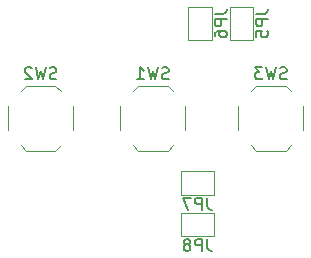
<source format=gbr>
%TF.GenerationSoftware,KiCad,Pcbnew,8.0.0*%
%TF.CreationDate,2024-05-13T13:59:27-05:00*%
%TF.ProjectId,GaussMouse_Sensor,47617573-734d-46f7-9573-655f53656e73,rev?*%
%TF.SameCoordinates,Original*%
%TF.FileFunction,Legend,Bot*%
%TF.FilePolarity,Positive*%
%FSLAX46Y46*%
G04 Gerber Fmt 4.6, Leading zero omitted, Abs format (unit mm)*
G04 Created by KiCad (PCBNEW 8.0.0) date 2024-05-13 13:59:27*
%MOMM*%
%LPD*%
G01*
G04 APERTURE LIST*
%ADD10C,0.150000*%
%ADD11C,0.120000*%
G04 APERTURE END LIST*
D10*
X149333332Y-81157200D02*
X149190475Y-81204819D01*
X149190475Y-81204819D02*
X148952380Y-81204819D01*
X148952380Y-81204819D02*
X148857142Y-81157200D01*
X148857142Y-81157200D02*
X148809523Y-81109580D01*
X148809523Y-81109580D02*
X148761904Y-81014342D01*
X148761904Y-81014342D02*
X148761904Y-80919104D01*
X148761904Y-80919104D02*
X148809523Y-80823866D01*
X148809523Y-80823866D02*
X148857142Y-80776247D01*
X148857142Y-80776247D02*
X148952380Y-80728628D01*
X148952380Y-80728628D02*
X149142856Y-80681009D01*
X149142856Y-80681009D02*
X149238094Y-80633390D01*
X149238094Y-80633390D02*
X149285713Y-80585771D01*
X149285713Y-80585771D02*
X149333332Y-80490533D01*
X149333332Y-80490533D02*
X149333332Y-80395295D01*
X149333332Y-80395295D02*
X149285713Y-80300057D01*
X149285713Y-80300057D02*
X149238094Y-80252438D01*
X149238094Y-80252438D02*
X149142856Y-80204819D01*
X149142856Y-80204819D02*
X148904761Y-80204819D01*
X148904761Y-80204819D02*
X148761904Y-80252438D01*
X148428570Y-80204819D02*
X148190475Y-81204819D01*
X148190475Y-81204819D02*
X147999999Y-80490533D01*
X147999999Y-80490533D02*
X147809523Y-81204819D01*
X147809523Y-81204819D02*
X147571428Y-80204819D01*
X147285713Y-80204819D02*
X146666666Y-80204819D01*
X146666666Y-80204819D02*
X146999999Y-80585771D01*
X146999999Y-80585771D02*
X146857142Y-80585771D01*
X146857142Y-80585771D02*
X146761904Y-80633390D01*
X146761904Y-80633390D02*
X146714285Y-80681009D01*
X146714285Y-80681009D02*
X146666666Y-80776247D01*
X146666666Y-80776247D02*
X146666666Y-81014342D01*
X146666666Y-81014342D02*
X146714285Y-81109580D01*
X146714285Y-81109580D02*
X146761904Y-81157200D01*
X146761904Y-81157200D02*
X146857142Y-81204819D01*
X146857142Y-81204819D02*
X147142856Y-81204819D01*
X147142856Y-81204819D02*
X147238094Y-81157200D01*
X147238094Y-81157200D02*
X147285713Y-81109580D01*
X129833332Y-81157200D02*
X129690475Y-81204819D01*
X129690475Y-81204819D02*
X129452380Y-81204819D01*
X129452380Y-81204819D02*
X129357142Y-81157200D01*
X129357142Y-81157200D02*
X129309523Y-81109580D01*
X129309523Y-81109580D02*
X129261904Y-81014342D01*
X129261904Y-81014342D02*
X129261904Y-80919104D01*
X129261904Y-80919104D02*
X129309523Y-80823866D01*
X129309523Y-80823866D02*
X129357142Y-80776247D01*
X129357142Y-80776247D02*
X129452380Y-80728628D01*
X129452380Y-80728628D02*
X129642856Y-80681009D01*
X129642856Y-80681009D02*
X129738094Y-80633390D01*
X129738094Y-80633390D02*
X129785713Y-80585771D01*
X129785713Y-80585771D02*
X129833332Y-80490533D01*
X129833332Y-80490533D02*
X129833332Y-80395295D01*
X129833332Y-80395295D02*
X129785713Y-80300057D01*
X129785713Y-80300057D02*
X129738094Y-80252438D01*
X129738094Y-80252438D02*
X129642856Y-80204819D01*
X129642856Y-80204819D02*
X129404761Y-80204819D01*
X129404761Y-80204819D02*
X129261904Y-80252438D01*
X128928570Y-80204819D02*
X128690475Y-81204819D01*
X128690475Y-81204819D02*
X128499999Y-80490533D01*
X128499999Y-80490533D02*
X128309523Y-81204819D01*
X128309523Y-81204819D02*
X128071428Y-80204819D01*
X127738094Y-80300057D02*
X127690475Y-80252438D01*
X127690475Y-80252438D02*
X127595237Y-80204819D01*
X127595237Y-80204819D02*
X127357142Y-80204819D01*
X127357142Y-80204819D02*
X127261904Y-80252438D01*
X127261904Y-80252438D02*
X127214285Y-80300057D01*
X127214285Y-80300057D02*
X127166666Y-80395295D01*
X127166666Y-80395295D02*
X127166666Y-80490533D01*
X127166666Y-80490533D02*
X127214285Y-80633390D01*
X127214285Y-80633390D02*
X127785713Y-81204819D01*
X127785713Y-81204819D02*
X127166666Y-81204819D01*
X139333332Y-81157200D02*
X139190475Y-81204819D01*
X139190475Y-81204819D02*
X138952380Y-81204819D01*
X138952380Y-81204819D02*
X138857142Y-81157200D01*
X138857142Y-81157200D02*
X138809523Y-81109580D01*
X138809523Y-81109580D02*
X138761904Y-81014342D01*
X138761904Y-81014342D02*
X138761904Y-80919104D01*
X138761904Y-80919104D02*
X138809523Y-80823866D01*
X138809523Y-80823866D02*
X138857142Y-80776247D01*
X138857142Y-80776247D02*
X138952380Y-80728628D01*
X138952380Y-80728628D02*
X139142856Y-80681009D01*
X139142856Y-80681009D02*
X139238094Y-80633390D01*
X139238094Y-80633390D02*
X139285713Y-80585771D01*
X139285713Y-80585771D02*
X139333332Y-80490533D01*
X139333332Y-80490533D02*
X139333332Y-80395295D01*
X139333332Y-80395295D02*
X139285713Y-80300057D01*
X139285713Y-80300057D02*
X139238094Y-80252438D01*
X139238094Y-80252438D02*
X139142856Y-80204819D01*
X139142856Y-80204819D02*
X138904761Y-80204819D01*
X138904761Y-80204819D02*
X138761904Y-80252438D01*
X138428570Y-80204819D02*
X138190475Y-81204819D01*
X138190475Y-81204819D02*
X137999999Y-80490533D01*
X137999999Y-80490533D02*
X137809523Y-81204819D01*
X137809523Y-81204819D02*
X137571428Y-80204819D01*
X136666666Y-81204819D02*
X137238094Y-81204819D01*
X136952380Y-81204819D02*
X136952380Y-80204819D01*
X136952380Y-80204819D02*
X137047618Y-80347676D01*
X137047618Y-80347676D02*
X137142856Y-80442914D01*
X137142856Y-80442914D02*
X137238094Y-80490533D01*
X142608333Y-94754819D02*
X142608333Y-95469104D01*
X142608333Y-95469104D02*
X142655952Y-95611961D01*
X142655952Y-95611961D02*
X142751190Y-95707200D01*
X142751190Y-95707200D02*
X142894047Y-95754819D01*
X142894047Y-95754819D02*
X142989285Y-95754819D01*
X142132142Y-95754819D02*
X142132142Y-94754819D01*
X142132142Y-94754819D02*
X141751190Y-94754819D01*
X141751190Y-94754819D02*
X141655952Y-94802438D01*
X141655952Y-94802438D02*
X141608333Y-94850057D01*
X141608333Y-94850057D02*
X141560714Y-94945295D01*
X141560714Y-94945295D02*
X141560714Y-95088152D01*
X141560714Y-95088152D02*
X141608333Y-95183390D01*
X141608333Y-95183390D02*
X141655952Y-95231009D01*
X141655952Y-95231009D02*
X141751190Y-95278628D01*
X141751190Y-95278628D02*
X142132142Y-95278628D01*
X140989285Y-95183390D02*
X141084523Y-95135771D01*
X141084523Y-95135771D02*
X141132142Y-95088152D01*
X141132142Y-95088152D02*
X141179761Y-94992914D01*
X141179761Y-94992914D02*
X141179761Y-94945295D01*
X141179761Y-94945295D02*
X141132142Y-94850057D01*
X141132142Y-94850057D02*
X141084523Y-94802438D01*
X141084523Y-94802438D02*
X140989285Y-94754819D01*
X140989285Y-94754819D02*
X140798809Y-94754819D01*
X140798809Y-94754819D02*
X140703571Y-94802438D01*
X140703571Y-94802438D02*
X140655952Y-94850057D01*
X140655952Y-94850057D02*
X140608333Y-94945295D01*
X140608333Y-94945295D02*
X140608333Y-94992914D01*
X140608333Y-94992914D02*
X140655952Y-95088152D01*
X140655952Y-95088152D02*
X140703571Y-95135771D01*
X140703571Y-95135771D02*
X140798809Y-95183390D01*
X140798809Y-95183390D02*
X140989285Y-95183390D01*
X140989285Y-95183390D02*
X141084523Y-95231009D01*
X141084523Y-95231009D02*
X141132142Y-95278628D01*
X141132142Y-95278628D02*
X141179761Y-95373866D01*
X141179761Y-95373866D02*
X141179761Y-95564342D01*
X141179761Y-95564342D02*
X141132142Y-95659580D01*
X141132142Y-95659580D02*
X141084523Y-95707200D01*
X141084523Y-95707200D02*
X140989285Y-95754819D01*
X140989285Y-95754819D02*
X140798809Y-95754819D01*
X140798809Y-95754819D02*
X140703571Y-95707200D01*
X140703571Y-95707200D02*
X140655952Y-95659580D01*
X140655952Y-95659580D02*
X140608333Y-95564342D01*
X140608333Y-95564342D02*
X140608333Y-95373866D01*
X140608333Y-95373866D02*
X140655952Y-95278628D01*
X140655952Y-95278628D02*
X140703571Y-95231009D01*
X140703571Y-95231009D02*
X140798809Y-95183390D01*
X142608333Y-91254819D02*
X142608333Y-91969104D01*
X142608333Y-91969104D02*
X142655952Y-92111961D01*
X142655952Y-92111961D02*
X142751190Y-92207200D01*
X142751190Y-92207200D02*
X142894047Y-92254819D01*
X142894047Y-92254819D02*
X142989285Y-92254819D01*
X142132142Y-92254819D02*
X142132142Y-91254819D01*
X142132142Y-91254819D02*
X141751190Y-91254819D01*
X141751190Y-91254819D02*
X141655952Y-91302438D01*
X141655952Y-91302438D02*
X141608333Y-91350057D01*
X141608333Y-91350057D02*
X141560714Y-91445295D01*
X141560714Y-91445295D02*
X141560714Y-91588152D01*
X141560714Y-91588152D02*
X141608333Y-91683390D01*
X141608333Y-91683390D02*
X141655952Y-91731009D01*
X141655952Y-91731009D02*
X141751190Y-91778628D01*
X141751190Y-91778628D02*
X142132142Y-91778628D01*
X141227380Y-91254819D02*
X140560714Y-91254819D01*
X140560714Y-91254819D02*
X140989285Y-92254819D01*
X143254819Y-75666666D02*
X143969104Y-75666666D01*
X143969104Y-75666666D02*
X144111961Y-75619047D01*
X144111961Y-75619047D02*
X144207200Y-75523809D01*
X144207200Y-75523809D02*
X144254819Y-75380952D01*
X144254819Y-75380952D02*
X144254819Y-75285714D01*
X144254819Y-76142857D02*
X143254819Y-76142857D01*
X143254819Y-76142857D02*
X143254819Y-76523809D01*
X143254819Y-76523809D02*
X143302438Y-76619047D01*
X143302438Y-76619047D02*
X143350057Y-76666666D01*
X143350057Y-76666666D02*
X143445295Y-76714285D01*
X143445295Y-76714285D02*
X143588152Y-76714285D01*
X143588152Y-76714285D02*
X143683390Y-76666666D01*
X143683390Y-76666666D02*
X143731009Y-76619047D01*
X143731009Y-76619047D02*
X143778628Y-76523809D01*
X143778628Y-76523809D02*
X143778628Y-76142857D01*
X143254819Y-77571428D02*
X143254819Y-77380952D01*
X143254819Y-77380952D02*
X143302438Y-77285714D01*
X143302438Y-77285714D02*
X143350057Y-77238095D01*
X143350057Y-77238095D02*
X143492914Y-77142857D01*
X143492914Y-77142857D02*
X143683390Y-77095238D01*
X143683390Y-77095238D02*
X144064342Y-77095238D01*
X144064342Y-77095238D02*
X144159580Y-77142857D01*
X144159580Y-77142857D02*
X144207200Y-77190476D01*
X144207200Y-77190476D02*
X144254819Y-77285714D01*
X144254819Y-77285714D02*
X144254819Y-77476190D01*
X144254819Y-77476190D02*
X144207200Y-77571428D01*
X144207200Y-77571428D02*
X144159580Y-77619047D01*
X144159580Y-77619047D02*
X144064342Y-77666666D01*
X144064342Y-77666666D02*
X143826247Y-77666666D01*
X143826247Y-77666666D02*
X143731009Y-77619047D01*
X143731009Y-77619047D02*
X143683390Y-77571428D01*
X143683390Y-77571428D02*
X143635771Y-77476190D01*
X143635771Y-77476190D02*
X143635771Y-77285714D01*
X143635771Y-77285714D02*
X143683390Y-77190476D01*
X143683390Y-77190476D02*
X143731009Y-77142857D01*
X143731009Y-77142857D02*
X143826247Y-77095238D01*
X146754819Y-75666666D02*
X147469104Y-75666666D01*
X147469104Y-75666666D02*
X147611961Y-75619047D01*
X147611961Y-75619047D02*
X147707200Y-75523809D01*
X147707200Y-75523809D02*
X147754819Y-75380952D01*
X147754819Y-75380952D02*
X147754819Y-75285714D01*
X147754819Y-76142857D02*
X146754819Y-76142857D01*
X146754819Y-76142857D02*
X146754819Y-76523809D01*
X146754819Y-76523809D02*
X146802438Y-76619047D01*
X146802438Y-76619047D02*
X146850057Y-76666666D01*
X146850057Y-76666666D02*
X146945295Y-76714285D01*
X146945295Y-76714285D02*
X147088152Y-76714285D01*
X147088152Y-76714285D02*
X147183390Y-76666666D01*
X147183390Y-76666666D02*
X147231009Y-76619047D01*
X147231009Y-76619047D02*
X147278628Y-76523809D01*
X147278628Y-76523809D02*
X147278628Y-76142857D01*
X146754819Y-77619047D02*
X146754819Y-77142857D01*
X146754819Y-77142857D02*
X147231009Y-77095238D01*
X147231009Y-77095238D02*
X147183390Y-77142857D01*
X147183390Y-77142857D02*
X147135771Y-77238095D01*
X147135771Y-77238095D02*
X147135771Y-77476190D01*
X147135771Y-77476190D02*
X147183390Y-77571428D01*
X147183390Y-77571428D02*
X147231009Y-77619047D01*
X147231009Y-77619047D02*
X147326247Y-77666666D01*
X147326247Y-77666666D02*
X147564342Y-77666666D01*
X147564342Y-77666666D02*
X147659580Y-77619047D01*
X147659580Y-77619047D02*
X147707200Y-77571428D01*
X147707200Y-77571428D02*
X147754819Y-77476190D01*
X147754819Y-77476190D02*
X147754819Y-77238095D01*
X147754819Y-77238095D02*
X147707200Y-77142857D01*
X147707200Y-77142857D02*
X147659580Y-77095238D01*
D11*
%TO.C,SW3*%
X150750000Y-85500000D02*
X150750000Y-83500000D01*
X149250000Y-81750000D02*
X149700000Y-82200000D01*
X149250000Y-87250000D02*
X149700000Y-86800000D01*
X146750000Y-81750000D02*
X149250000Y-81750000D01*
X146750000Y-87250000D02*
X149250000Y-87250000D01*
X146750000Y-81750000D02*
X146300000Y-82200000D01*
X146750000Y-87250000D02*
X146300000Y-86800000D01*
X145250000Y-85500000D02*
X145250000Y-83500000D01*
%TO.C,SW2*%
X131250000Y-85500000D02*
X131250000Y-83500000D01*
X129750000Y-81750000D02*
X130200000Y-82200000D01*
X129750000Y-87250000D02*
X130200000Y-86800000D01*
X127250000Y-81750000D02*
X129750000Y-81750000D01*
X127250000Y-87250000D02*
X129750000Y-87250000D01*
X127250000Y-81750000D02*
X126800000Y-82200000D01*
X127250000Y-87250000D02*
X126800000Y-86800000D01*
X125750000Y-85500000D02*
X125750000Y-83500000D01*
%TO.C,SW1*%
X140750000Y-85500000D02*
X140750000Y-83500000D01*
X139250000Y-81750000D02*
X139700000Y-82200000D01*
X139250000Y-87250000D02*
X139700000Y-86800000D01*
X136750000Y-81750000D02*
X139250000Y-81750000D01*
X136750000Y-87250000D02*
X139250000Y-87250000D01*
X136750000Y-81750000D02*
X136300000Y-82200000D01*
X136750000Y-87250000D02*
X136300000Y-86800000D01*
X135250000Y-85500000D02*
X135250000Y-83500000D01*
%TO.C,JP8*%
X143175000Y-94500000D02*
X140375000Y-94500000D01*
X140375000Y-94500000D02*
X140375000Y-92500000D01*
X143175000Y-92500000D02*
X143175000Y-94500000D01*
X140375000Y-92500000D02*
X143175000Y-92500000D01*
%TO.C,JP7*%
X143175000Y-91000000D02*
X140375000Y-91000000D01*
X140375000Y-91000000D02*
X140375000Y-89000000D01*
X143175000Y-89000000D02*
X143175000Y-91000000D01*
X140375000Y-89000000D02*
X143175000Y-89000000D01*
%TO.C,JP6*%
X143000000Y-75100000D02*
X143000000Y-77900000D01*
X143000000Y-77900000D02*
X141000000Y-77900000D01*
X141000000Y-75100000D02*
X143000000Y-75100000D01*
X141000000Y-77900000D02*
X141000000Y-75100000D01*
%TO.C,JP5*%
X146500000Y-75100000D02*
X146500000Y-77900000D01*
X146500000Y-77900000D02*
X144500000Y-77900000D01*
X144500000Y-75100000D02*
X146500000Y-75100000D01*
X144500000Y-77900000D02*
X144500000Y-75100000D01*
%TD*%
M02*

</source>
